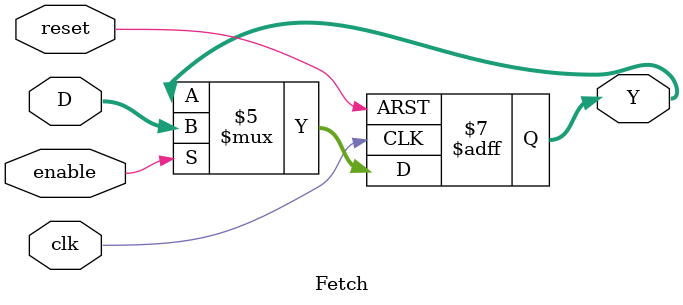
<source format=v>

module Flags(
  input wire clk,reset,enable,
  input wire [1:0] D,
  output reg [1:0] Y);

  always @ (posedge clk, posedge reset) begin
    if (reset == 1) Y <= 0;
    else if(enable == 1) Y <= D;
    else Y <= Y;
  end

endmodule

module ACCU(
  input wire clk,reset,enable,
  input wire [3:0] D,
  output reg [3:0] Y);

  always @ (posedge clk, posedge reset) begin
    if (reset == 1) Y <= 0;
    else if(enable == 1) Y <= D;
    else Y <= Y;
  end

endmodule

module Fetch(
  input wire clk,reset,enable,
  input wire [7:0] D,
  output reg [7:0] Y);

  always @ (posedge clk, posedge reset) begin
    if (reset == 1) Y <= 0;
    else if(enable == 1) Y <= D;
    else Y <= Y;
  end

endmodule

</source>
